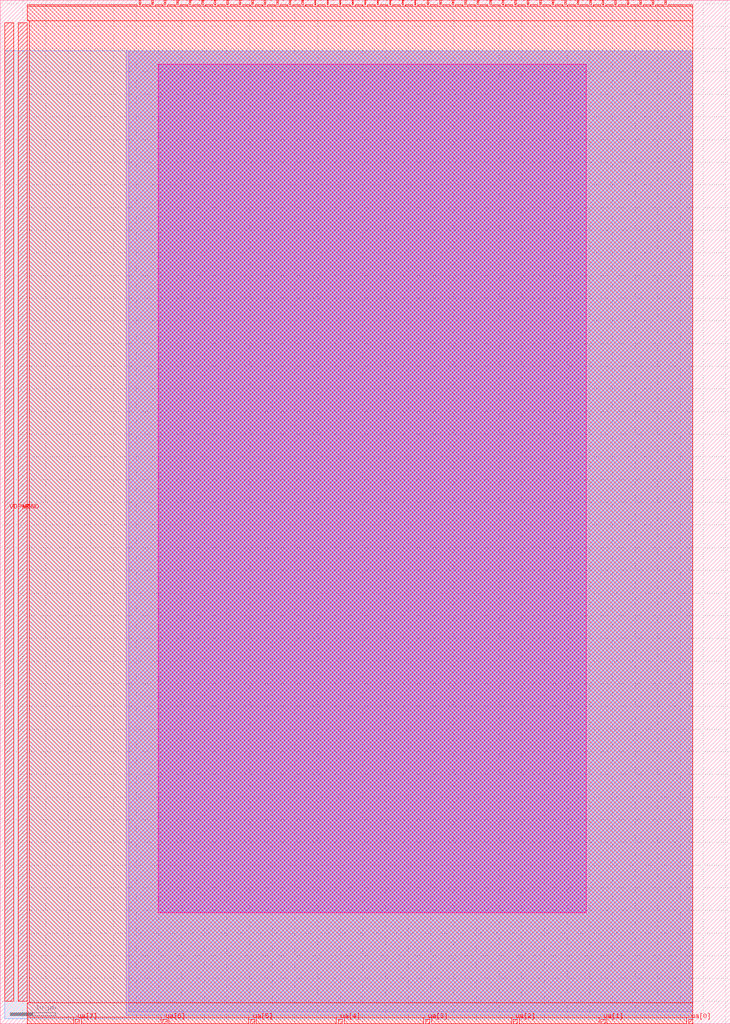
<source format=lef>
VERSION 5.7 ;
  NOWIREEXTENSIONATPIN ON ;
  DIVIDERCHAR "/" ;
  BUSBITCHARS "[]" ;
MACRO tt_um_13hihi31_tdc
  CLASS BLOCK ;
  FOREIGN tt_um_13hihi31_tdc ;
  ORIGIN 0.000 0.000 ;
  SIZE 161.000 BY 225.760 ;
  PIN clk
    DIRECTION INPUT ;
    USE SIGNAL ;
    PORT
      LAYER met4 ;
        RECT 143.830 224.760 144.130 225.760 ;
    END
  END clk
  PIN ena
    DIRECTION INPUT ;
    USE SIGNAL ;
    PORT
      LAYER met4 ;
        RECT 146.590 224.760 146.890 225.760 ;
    END
  END ena
  PIN rst_n
    DIRECTION INPUT ;
    USE SIGNAL ;
    PORT
      LAYER met4 ;
        RECT 141.070 224.760 141.370 225.760 ;
    END
  END rst_n
  PIN ua[0]
    DIRECTION INOUT ;
    USE SIGNAL ;
    ANTENNADIFFAREA 6.852300 ;
    PORT
      LAYER met4 ;
        RECT 151.810 0.000 152.710 1.000 ;
    END
  END ua[0]
  PIN ua[1]
    DIRECTION INOUT ;
    USE SIGNAL ;
    PORT
      LAYER met4 ;
        RECT 132.490 0.000 133.390 1.000 ;
    END
  END ua[1]
  PIN ua[2]
    DIRECTION INOUT ;
    USE SIGNAL ;
    PORT
      LAYER met4 ;
        RECT 113.170 0.000 114.070 1.000 ;
    END
  END ua[2]
  PIN ua[3]
    DIRECTION INOUT ;
    USE SIGNAL ;
    PORT
      LAYER met4 ;
        RECT 93.850 0.000 94.750 1.000 ;
    END
  END ua[3]
  PIN ua[4]
    DIRECTION INOUT ;
    USE SIGNAL ;
    PORT
      LAYER met4 ;
        RECT 74.530 0.000 75.430 1.000 ;
    END
  END ua[4]
  PIN ua[5]
    DIRECTION INOUT ;
    USE SIGNAL ;
    PORT
      LAYER met4 ;
        RECT 55.210 0.000 56.110 1.000 ;
    END
  END ua[5]
  PIN ua[6]
    DIRECTION INOUT ;
    USE SIGNAL ;
    PORT
      LAYER met4 ;
        RECT 35.890 0.000 36.790 1.000 ;
    END
  END ua[6]
  PIN ua[7]
    DIRECTION INOUT ;
    USE SIGNAL ;
    PORT
      LAYER met4 ;
        RECT 16.570 0.000 17.470 1.000 ;
    END
  END ua[7]
  PIN ui_in[0]
    DIRECTION INPUT ;
    USE SIGNAL ;
    ANTENNAGATEAREA 0.300000 ;
    PORT
      LAYER met4 ;
        RECT 138.310 224.760 138.610 225.760 ;
    END
  END ui_in[0]
  PIN ui_in[1]
    DIRECTION INPUT ;
    USE SIGNAL ;
    ANTENNAGATEAREA 0.300000 ;
    PORT
      LAYER met4 ;
        RECT 135.550 224.760 135.850 225.760 ;
    END
  END ui_in[1]
  PIN ui_in[2]
    DIRECTION INPUT ;
    USE SIGNAL ;
    ANTENNAGATEAREA 0.300000 ;
    PORT
      LAYER met4 ;
        RECT 132.790 224.760 133.090 225.760 ;
    END
  END ui_in[2]
  PIN ui_in[3]
    DIRECTION INPUT ;
    USE SIGNAL ;
    ANTENNAGATEAREA 0.300000 ;
    PORT
      LAYER met4 ;
        RECT 130.030 224.760 130.330 225.760 ;
    END
  END ui_in[3]
  PIN ui_in[4]
    DIRECTION INPUT ;
    USE SIGNAL ;
    ANTENNAGATEAREA 2.400000 ;
    PORT
      LAYER met4 ;
        RECT 127.270 224.760 127.570 225.760 ;
    END
  END ui_in[4]
  PIN ui_in[5]
    DIRECTION INPUT ;
    USE SIGNAL ;
    ANTENNAGATEAREA 2.400000 ;
    PORT
      LAYER met4 ;
        RECT 124.510 224.760 124.810 225.760 ;
    END
  END ui_in[5]
  PIN ui_in[6]
    DIRECTION INPUT ;
    USE SIGNAL ;
    ANTENNAGATEAREA 2.400000 ;
    PORT
      LAYER met4 ;
        RECT 121.750 224.760 122.050 225.760 ;
    END
  END ui_in[6]
  PIN ui_in[7]
    DIRECTION INPUT ;
    USE SIGNAL ;
    ANTENNAGATEAREA 2.400000 ;
    PORT
      LAYER met4 ;
        RECT 118.990 224.760 119.290 225.760 ;
    END
  END ui_in[7]
  PIN uio_in[0]
    DIRECTION INPUT ;
    USE SIGNAL ;
    ANTENNAGATEAREA 2.400000 ;
    PORT
      LAYER met4 ;
        RECT 116.230 224.760 116.530 225.760 ;
    END
  END uio_in[0]
  PIN uio_in[1]
    DIRECTION INPUT ;
    USE SIGNAL ;
    ANTENNAGATEAREA 0.300000 ;
    PORT
      LAYER met4 ;
        RECT 113.470 224.760 113.770 225.760 ;
    END
  END uio_in[1]
  PIN uio_in[2]
    DIRECTION INPUT ;
    USE SIGNAL ;
    ANTENNAGATEAREA 0.300000 ;
    PORT
      LAYER met4 ;
        RECT 110.710 224.760 111.010 225.760 ;
    END
  END uio_in[2]
  PIN uio_in[3]
    DIRECTION INPUT ;
    USE SIGNAL ;
    ANTENNAGATEAREA 0.300000 ;
    PORT
      LAYER met4 ;
        RECT 107.950 224.760 108.250 225.760 ;
    END
  END uio_in[3]
  PIN uio_in[4]
    DIRECTION INPUT ;
    USE SIGNAL ;
    ANTENNAGATEAREA 0.300000 ;
    PORT
      LAYER met4 ;
        RECT 105.190 224.760 105.490 225.760 ;
    END
  END uio_in[4]
  PIN uio_in[5]
    DIRECTION INPUT ;
    USE SIGNAL ;
    ANTENNAGATEAREA 0.750000 ;
    PORT
      LAYER met4 ;
        RECT 102.430 224.760 102.730 225.760 ;
    END
  END uio_in[5]
  PIN uio_in[6]
    DIRECTION INPUT ;
    USE SIGNAL ;
    ANTENNAGATEAREA 1.500000 ;
    PORT
      LAYER met4 ;
        RECT 99.670 224.760 99.970 225.760 ;
    END
  END uio_in[6]
  PIN uio_in[7]
    DIRECTION INPUT ;
    USE SIGNAL ;
    PORT
      LAYER met4 ;
        RECT 96.910 224.760 97.210 225.760 ;
    END
  END uio_in[7]
  PIN uio_oe[0]
    DIRECTION OUTPUT ;
    USE SIGNAL ;
    ANTENNAGATEAREA 1.200000 ;
    ANTENNADIFFAREA 432.512604 ;
    PORT
      LAYER met4 ;
        RECT 49.990 224.760 50.290 225.760 ;
    END
  END uio_oe[0]
  PIN uio_oe[1]
    DIRECTION OUTPUT ;
    USE SIGNAL ;
    ANTENNAGATEAREA 1.200000 ;
    ANTENNADIFFAREA 432.512604 ;
    PORT
      LAYER met4 ;
        RECT 47.230 224.760 47.530 225.760 ;
    END
  END uio_oe[1]
  PIN uio_oe[2]
    DIRECTION OUTPUT ;
    USE SIGNAL ;
    ANTENNAGATEAREA 1.200000 ;
    ANTENNADIFFAREA 432.512604 ;
    PORT
      LAYER met4 ;
        RECT 44.470 224.760 44.770 225.760 ;
    END
  END uio_oe[2]
  PIN uio_oe[3]
    DIRECTION OUTPUT ;
    USE SIGNAL ;
    ANTENNAGATEAREA 1.200000 ;
    ANTENNADIFFAREA 432.512604 ;
    PORT
      LAYER met4 ;
        RECT 41.710 224.760 42.010 225.760 ;
    END
  END uio_oe[3]
  PIN uio_oe[4]
    DIRECTION OUTPUT ;
    USE SIGNAL ;
    ANTENNAGATEAREA 1.200000 ;
    ANTENNADIFFAREA 432.512604 ;
    PORT
      LAYER met4 ;
        RECT 38.950 224.760 39.250 225.760 ;
    END
  END uio_oe[4]
  PIN uio_oe[5]
    DIRECTION OUTPUT ;
    USE SIGNAL ;
    ANTENNAGATEAREA 1.200000 ;
    ANTENNADIFFAREA 432.512604 ;
    PORT
      LAYER met4 ;
        RECT 36.190 224.760 36.490 225.760 ;
    END
  END uio_oe[5]
  PIN uio_oe[6]
    DIRECTION OUTPUT ;
    USE SIGNAL ;
    ANTENNAGATEAREA 1.200000 ;
    ANTENNADIFFAREA 432.512604 ;
    PORT
      LAYER met4 ;
        RECT 33.430 224.760 33.730 225.760 ;
    END
  END uio_oe[6]
  PIN uio_oe[7]
    DIRECTION OUTPUT ;
    USE SIGNAL ;
    ANTENNAGATEAREA 1.200000 ;
    ANTENNADIFFAREA 432.512604 ;
    PORT
      LAYER met4 ;
        RECT 30.670 224.760 30.970 225.760 ;
    END
  END uio_oe[7]
  PIN uio_out[0]
    DIRECTION OUTPUT ;
    USE SIGNAL ;
    ANTENNAGATEAREA 1.200000 ;
    ANTENNADIFFAREA 432.512604 ;
    PORT
      LAYER met4 ;
        RECT 72.070 224.760 72.370 225.760 ;
    END
  END uio_out[0]
  PIN uio_out[1]
    DIRECTION OUTPUT ;
    USE SIGNAL ;
    ANTENNAGATEAREA 1.200000 ;
    ANTENNADIFFAREA 432.512604 ;
    PORT
      LAYER met4 ;
        RECT 69.310 224.760 69.610 225.760 ;
    END
  END uio_out[1]
  PIN uio_out[2]
    DIRECTION OUTPUT ;
    USE SIGNAL ;
    ANTENNAGATEAREA 1.200000 ;
    ANTENNADIFFAREA 432.512604 ;
    PORT
      LAYER met4 ;
        RECT 66.550 224.760 66.850 225.760 ;
    END
  END uio_out[2]
  PIN uio_out[3]
    DIRECTION OUTPUT ;
    USE SIGNAL ;
    ANTENNAGATEAREA 1.200000 ;
    ANTENNADIFFAREA 432.512604 ;
    PORT
      LAYER met4 ;
        RECT 63.790 224.760 64.090 225.760 ;
    END
  END uio_out[3]
  PIN uio_out[4]
    DIRECTION OUTPUT ;
    USE SIGNAL ;
    ANTENNAGATEAREA 1.200000 ;
    ANTENNADIFFAREA 432.512604 ;
    PORT
      LAYER met4 ;
        RECT 61.030 224.760 61.330 225.760 ;
    END
  END uio_out[4]
  PIN uio_out[5]
    DIRECTION OUTPUT ;
    USE SIGNAL ;
    ANTENNAGATEAREA 1.200000 ;
    ANTENNADIFFAREA 432.512604 ;
    PORT
      LAYER met4 ;
        RECT 58.270 224.760 58.570 225.760 ;
    END
  END uio_out[5]
  PIN uio_out[6]
    DIRECTION OUTPUT ;
    USE SIGNAL ;
    ANTENNAGATEAREA 1.200000 ;
    ANTENNADIFFAREA 432.512604 ;
    PORT
      LAYER met4 ;
        RECT 55.510 224.760 55.810 225.760 ;
    END
  END uio_out[6]
  PIN uio_out[7]
    DIRECTION OUTPUT ;
    USE SIGNAL ;
    ANTENNAGATEAREA 1.200000 ;
    ANTENNADIFFAREA 432.512604 ;
    PORT
      LAYER met4 ;
        RECT 52.750 224.760 53.050 225.760 ;
    END
  END uio_out[7]
  PIN uo_out[0]
    DIRECTION OUTPUT ;
    USE SIGNAL ;
    ANTENNAGATEAREA 0.600000 ;
    ANTENNADIFFAREA 1.160000 ;
    PORT
      LAYER met4 ;
        RECT 94.150 224.760 94.450 225.760 ;
    END
  END uo_out[0]
  PIN uo_out[1]
    DIRECTION OUTPUT ;
    USE SIGNAL ;
    ANTENNAGATEAREA 0.600000 ;
    ANTENNADIFFAREA 1.160000 ;
    PORT
      LAYER met4 ;
        RECT 91.390 224.760 91.690 225.760 ;
    END
  END uo_out[1]
  PIN uo_out[2]
    DIRECTION OUTPUT ;
    USE SIGNAL ;
    ANTENNAGATEAREA 0.600000 ;
    ANTENNADIFFAREA 1.160000 ;
    PORT
      LAYER met4 ;
        RECT 88.630 224.760 88.930 225.760 ;
    END
  END uo_out[2]
  PIN uo_out[3]
    DIRECTION OUTPUT ;
    USE SIGNAL ;
    ANTENNAGATEAREA 0.600000 ;
    ANTENNADIFFAREA 1.160000 ;
    PORT
      LAYER met4 ;
        RECT 85.870 224.760 86.170 225.760 ;
    END
  END uo_out[3]
  PIN uo_out[4]
    DIRECTION OUTPUT ;
    USE SIGNAL ;
    ANTENNAGATEAREA 0.600000 ;
    ANTENNADIFFAREA 1.160000 ;
    PORT
      LAYER met4 ;
        RECT 83.110 224.760 83.410 225.760 ;
    END
  END uo_out[4]
  PIN uo_out[5]
    DIRECTION OUTPUT ;
    USE SIGNAL ;
    ANTENNAGATEAREA 0.600000 ;
    ANTENNADIFFAREA 1.160000 ;
    PORT
      LAYER met4 ;
        RECT 80.350 224.760 80.650 225.760 ;
    END
  END uo_out[5]
  PIN uo_out[6]
    DIRECTION OUTPUT ;
    USE SIGNAL ;
    ANTENNAGATEAREA 0.600000 ;
    ANTENNADIFFAREA 1.160000 ;
    PORT
      LAYER met4 ;
        RECT 77.590 224.760 77.890 225.760 ;
    END
  END uo_out[6]
  PIN uo_out[7]
    DIRECTION OUTPUT ;
    USE SIGNAL ;
    ANTENNAGATEAREA 0.600000 ;
    ANTENNADIFFAREA 1.160000 ;
    PORT
      LAYER met4 ;
        RECT 74.830 224.760 75.130 225.760 ;
    END
  END uo_out[7]
  PIN VDPWR
    DIRECTION INOUT ;
    USE POWER ;
    PORT
      LAYER met4 ;
        RECT 1.000 5.000 3.000 220.760 ;
    END
  END VDPWR
  PIN VGND
    DIRECTION INOUT ;
    USE GROUND ;
    PORT
      LAYER met4 ;
        RECT 4.000 5.000 6.000 220.760 ;
    END
  END VGND
  OBS
      LAYER nwell ;
        RECT 34.860 24.470 129.200 211.650 ;
      LAYER li1 ;
        RECT 35.040 24.650 129.200 211.650 ;
      LAYER met1 ;
        RECT 28.350 2.650 152.700 214.560 ;
      LAYER met2 ;
        RECT 27.790 1.900 152.700 214.560 ;
      LAYER met3 ;
        RECT 0.990 1.150 152.700 214.565 ;
      LAYER met4 ;
        RECT 6.000 224.360 30.270 224.760 ;
        RECT 31.370 224.360 33.030 224.760 ;
        RECT 34.130 224.360 35.790 224.760 ;
        RECT 36.890 224.360 38.550 224.760 ;
        RECT 39.650 224.360 41.310 224.760 ;
        RECT 42.410 224.360 44.070 224.760 ;
        RECT 45.170 224.360 46.830 224.760 ;
        RECT 47.930 224.360 49.590 224.760 ;
        RECT 50.690 224.360 52.350 224.760 ;
        RECT 53.450 224.360 55.110 224.760 ;
        RECT 56.210 224.360 57.870 224.760 ;
        RECT 58.970 224.360 60.630 224.760 ;
        RECT 61.730 224.360 63.390 224.760 ;
        RECT 64.490 224.360 66.150 224.760 ;
        RECT 67.250 224.360 68.910 224.760 ;
        RECT 70.010 224.360 71.670 224.760 ;
        RECT 72.770 224.360 74.430 224.760 ;
        RECT 75.530 224.360 77.190 224.760 ;
        RECT 78.290 224.360 79.950 224.760 ;
        RECT 81.050 224.360 82.710 224.760 ;
        RECT 83.810 224.360 85.470 224.760 ;
        RECT 86.570 224.360 88.230 224.760 ;
        RECT 89.330 224.360 90.990 224.760 ;
        RECT 92.090 224.360 93.750 224.760 ;
        RECT 94.850 224.360 96.510 224.760 ;
        RECT 97.610 224.360 99.270 224.760 ;
        RECT 100.370 224.360 102.030 224.760 ;
        RECT 103.130 224.360 104.790 224.760 ;
        RECT 105.890 224.360 107.550 224.760 ;
        RECT 108.650 224.360 110.310 224.760 ;
        RECT 111.410 224.360 113.070 224.760 ;
        RECT 114.170 224.360 115.830 224.760 ;
        RECT 116.930 224.360 118.590 224.760 ;
        RECT 119.690 224.360 121.350 224.760 ;
        RECT 122.450 224.360 124.110 224.760 ;
        RECT 125.210 224.360 126.870 224.760 ;
        RECT 127.970 224.360 129.630 224.760 ;
        RECT 130.730 224.360 132.390 224.760 ;
        RECT 133.490 224.360 135.150 224.760 ;
        RECT 136.250 224.360 137.910 224.760 ;
        RECT 139.010 224.360 140.670 224.760 ;
        RECT 141.770 224.360 143.430 224.760 ;
        RECT 144.530 224.360 146.190 224.760 ;
        RECT 147.290 224.360 152.730 224.760 ;
        RECT 6.000 221.160 152.730 224.360 ;
        RECT 6.400 4.600 152.730 221.160 ;
        RECT 6.000 1.400 152.730 4.600 ;
        RECT 6.000 0.000 16.170 1.400 ;
        RECT 17.870 0.000 35.490 1.400 ;
        RECT 37.190 0.000 54.810 1.400 ;
        RECT 56.510 0.000 74.130 1.400 ;
        RECT 75.830 0.000 93.450 1.400 ;
        RECT 95.150 0.000 112.770 1.400 ;
        RECT 114.470 0.000 132.090 1.400 ;
        RECT 133.790 0.000 151.410 1.400 ;
  END
END tt_um_13hihi31_tdc
END LIBRARY


</source>
